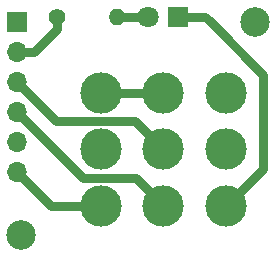
<source format=gbr>
G04 #@! TF.GenerationSoftware,KiCad,Pcbnew,(5.1.2-1)-1*
G04 #@! TF.CreationDate,2019-07-10T15:39:13-07:00*
G04 #@! TF.ProjectId,ButtonBoard,42757474-6f6e-4426-9f61-72642e6b6963,rev?*
G04 #@! TF.SameCoordinates,Original*
G04 #@! TF.FileFunction,Copper,L1,Top*
G04 #@! TF.FilePolarity,Positive*
%FSLAX46Y46*%
G04 Gerber Fmt 4.6, Leading zero omitted, Abs format (unit mm)*
G04 Created by KiCad (PCBNEW (5.1.2-1)-1) date 2019-07-10 15:39:13*
%MOMM*%
%LPD*%
G04 APERTURE LIST*
%ADD10O,1.700000X1.700000*%
%ADD11R,1.700000X1.700000*%
%ADD12C,2.499360*%
%ADD13C,3.500000*%
%ADD14R,1.800000X1.800000*%
%ADD15C,1.800000*%
%ADD16O,1.400000X1.400000*%
%ADD17C,1.400000*%
%ADD18C,0.508000*%
%ADD19C,0.762000*%
G04 APERTURE END LIST*
D10*
X75311000Y-61976000D03*
X75311000Y-59436000D03*
X75311000Y-56896000D03*
X75311000Y-54356000D03*
X75311000Y-51816000D03*
D11*
X75311000Y-49276000D03*
D12*
X75692000Y-67310000D03*
X95504000Y-49276000D03*
D13*
X82423000Y-55233500D03*
X82423000Y-60033500D03*
X82423000Y-64833500D03*
X87723000Y-55233500D03*
X87723000Y-60033500D03*
X87723000Y-64833500D03*
X93023000Y-55233500D03*
X93023000Y-60033500D03*
X93023000Y-64833500D03*
D14*
X88963500Y-48831500D03*
D15*
X86423500Y-48831500D03*
D16*
X83820000Y-48831500D03*
D17*
X78740000Y-48831500D03*
D18*
X83464400Y-48895000D02*
X83439000Y-48869600D01*
X86436200Y-48869600D02*
X86461600Y-48895000D01*
D19*
X83820000Y-48831500D02*
X86423500Y-48831500D01*
X96134500Y-61722000D02*
X96139000Y-61722000D01*
X93023000Y-64833500D02*
X96134500Y-61722000D01*
X96134500Y-61722000D02*
X96134500Y-53716500D01*
X96134500Y-53716500D02*
X91630500Y-49212500D01*
X91249500Y-48831500D02*
X88963500Y-48831500D01*
X91630500Y-49212500D02*
X91249500Y-48831500D01*
X78168500Y-64833500D02*
X75311000Y-61976000D01*
X82423000Y-64833500D02*
X78168500Y-64833500D01*
X85973001Y-63083501D02*
X87723000Y-64833500D01*
X85391999Y-62502499D02*
X85973001Y-63083501D01*
X80917499Y-62502499D02*
X85391999Y-62502499D01*
X75311000Y-56896000D02*
X80917499Y-62502499D01*
D18*
X75184000Y-51276000D02*
X75546200Y-51276000D01*
D19*
X76745449Y-51816000D02*
X78740000Y-49821449D01*
X75311000Y-51816000D02*
X76745449Y-51816000D01*
X78740000Y-48831500D02*
X78740000Y-49821449D01*
D18*
X93000000Y-60005000D02*
X93965000Y-59040000D01*
X85348500Y-57653500D02*
X79561500Y-57653500D01*
X85348500Y-57653500D02*
X87700000Y-60005000D01*
D19*
X78608500Y-57653500D02*
X79561500Y-57653500D01*
X75311000Y-54356000D02*
X78608500Y-57653500D01*
X85343000Y-57653500D02*
X87723000Y-60033500D01*
X79561500Y-57653500D02*
X85343000Y-57653500D01*
X82423000Y-55233500D02*
X87723000Y-55233500D01*
M02*

</source>
